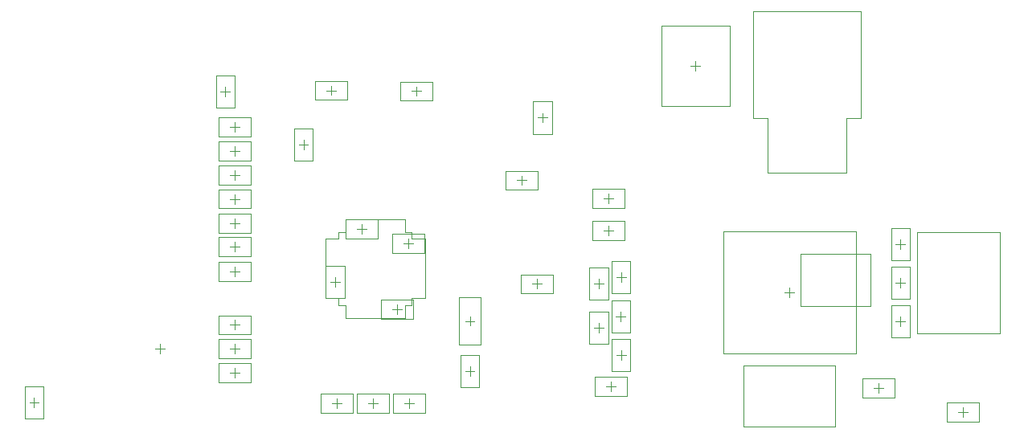
<source format=gbr>
G04*
G04 #@! TF.GenerationSoftware,Altium Limited,Altium Designer,22.4.2 (48)*
G04*
G04 Layer_Color=32768*
%FSLAX24Y24*%
%MOIN*%
G70*
G04*
G04 #@! TF.SameCoordinates,3D4B7757-4479-4088-A00E-F10E6AE17A54*
G04*
G04*
G04 #@! TF.FilePolarity,Positive*
G04*
G01*
G75*
%ADD81C,0.0039*%
%ADD82C,0.0020*%
D81*
X16287Y5470D02*
X16681D01*
X16484Y5273D02*
Y5667D01*
X19400Y4475D02*
X19794D01*
X19597Y4278D02*
Y4672D01*
X19404Y5470D02*
X19798D01*
X19601Y5273D02*
Y5667D01*
X19400Y6465D02*
X19794D01*
X19597Y6268D02*
Y6661D01*
X19404Y8680D02*
X19798D01*
X19601Y8483D02*
Y8877D01*
X19404Y11688D02*
X19798D01*
X19601Y11491D02*
Y11885D01*
X19404Y9700D02*
X19798D01*
X19601Y9503D02*
Y9897D01*
X19404Y10678D02*
X19798D01*
X19601Y10481D02*
Y10875D01*
X24664Y10450D02*
X25058D01*
X24861Y10253D02*
Y10647D01*
X26604Y9850D02*
X26998D01*
X26801Y9653D02*
Y10047D01*
X23624Y3200D02*
X24018D01*
X23821Y3004D02*
Y3397D01*
X26624Y3200D02*
X27018D01*
X26821Y3004D02*
Y3397D01*
X26124Y7100D02*
X26518D01*
X26321Y6903D02*
Y7297D01*
X23761Y8033D02*
Y8427D01*
X23564Y8230D02*
X23958D01*
X22441Y13734D02*
Y14127D01*
X22244Y13930D02*
X22638D01*
X19400Y14677D02*
X19794D01*
X19597Y14480D02*
Y14874D01*
X19201Y15954D02*
Y16347D01*
X19004Y16150D02*
X19398D01*
X19404Y12678D02*
X19798D01*
X19601Y12481D02*
Y12875D01*
X19404Y13680D02*
X19798D01*
X19601Y13483D02*
Y13876D01*
X25124Y3200D02*
X25518D01*
X25321Y3004D02*
Y3397D01*
X23624Y3200D02*
X24018D01*
X23821Y3004D02*
Y3397D01*
X26624Y3200D02*
X27018D01*
X26821Y3004D02*
Y3397D01*
X23384Y16190D02*
X23778D01*
X23581Y15993D02*
Y16387D01*
X11271Y3034D02*
Y3427D01*
X11074Y3230D02*
X11468D01*
X26934Y16160D02*
X27328D01*
X27131Y15963D02*
Y16357D01*
X34904Y11705D02*
X35298D01*
X35101Y11508D02*
Y11902D01*
X34904Y10380D02*
X35298D01*
X35101Y10184D02*
Y10577D01*
X34678Y6141D02*
Y6534D01*
X34481Y6338D02*
X34875D01*
X34982Y3900D02*
X35375D01*
X35179Y3704D02*
Y4097D01*
X35611Y5024D02*
Y5418D01*
X35414Y5221D02*
X35808D01*
X35601Y6614D02*
Y7007D01*
X35404Y6810D02*
X35798D01*
X35611Y8253D02*
Y8647D01*
X35414Y8450D02*
X35808D01*
X38701Y17013D02*
Y17407D01*
X38504Y17210D02*
X38898D01*
X42404Y7810D02*
X42798D01*
X42601Y7613D02*
Y8007D01*
X29143Y4544D02*
X29537D01*
X29340Y4347D02*
Y4741D01*
X47004Y6610D02*
X47398D01*
X47201Y6413D02*
Y6807D01*
X47004Y8210D02*
X47398D01*
X47201Y8013D02*
Y8407D01*
X47004Y9810D02*
X47398D01*
X47201Y9614D02*
Y10007D01*
X46292Y3652D02*
Y4046D01*
X46095Y3849D02*
X46488D01*
X49781Y2654D02*
Y3047D01*
X49584Y2850D02*
X49978D01*
X31478Y12264D02*
Y12658D01*
X31281Y12461D02*
X31675D01*
X34481Y8164D02*
X34875D01*
X34678Y7967D02*
Y8360D01*
X32125Y7967D02*
Y8360D01*
X31928Y8164D02*
X32322D01*
X32161Y15061D02*
X32555D01*
X32358Y14864D02*
Y15258D01*
X29340Y6426D02*
Y6819D01*
X29143Y6622D02*
X29537D01*
D82*
X20266Y4081D02*
Y4868D01*
X18928Y4081D02*
Y4868D01*
X20266D01*
X18928Y4081D02*
X20266D01*
X20270Y5077D02*
Y5864D01*
X18932Y5077D02*
Y5864D01*
X20270D01*
X18932Y5077D02*
X20270D01*
X20266Y6071D02*
Y6858D01*
X18928Y6071D02*
Y6858D01*
X20266D01*
X18928Y6071D02*
X20266D01*
X20270Y8287D02*
Y9074D01*
X18932Y8287D02*
Y9074D01*
X20270D01*
X18932Y8287D02*
X20270D01*
Y11294D02*
Y12081D01*
X18932Y11294D02*
Y12081D01*
X20270D01*
X18932Y11294D02*
X20270D01*
Y9307D02*
Y10094D01*
X18932Y9307D02*
Y10094D01*
X20270D01*
X18932Y9307D02*
X20270D01*
X20270Y10284D02*
Y11072D01*
X18932Y10284D02*
Y11072D01*
X20270D01*
X18932Y10284D02*
X20270D01*
X24192Y10057D02*
Y10844D01*
X25530Y10057D02*
Y10844D01*
X24192Y10057D02*
X25530D01*
X24192Y10844D02*
X25530D01*
X27470Y9457D02*
Y10244D01*
X26132Y9457D02*
Y10244D01*
X27470D01*
X26132Y9457D02*
X27470D01*
X23152Y2807D02*
Y3594D01*
X24490Y2807D02*
Y3594D01*
X23152Y2807D02*
X24490D01*
X23152Y3594D02*
X24490D01*
X27490Y2807D02*
Y3594D01*
X26152Y2807D02*
Y3594D01*
X27490D01*
X26152Y2807D02*
X27490D01*
X25652Y6707D02*
Y7494D01*
X26990Y6707D02*
Y7494D01*
X25652Y6707D02*
X26990D01*
X25652Y7494D02*
X26990D01*
X23367Y7561D02*
X24155D01*
X23367Y8900D02*
X24155D01*
Y7561D02*
Y8900D01*
X23367Y7561D02*
Y8900D01*
X22047Y13261D02*
X22835D01*
X22047Y14600D02*
X22835D01*
Y13261D02*
Y14600D01*
X22047Y13261D02*
Y14600D01*
X20266Y14283D02*
Y15071D01*
X18928Y14283D02*
Y15071D01*
X20266D01*
X18928Y14283D02*
X20266D01*
X18807Y16820D02*
X19595D01*
X18807Y15481D02*
X19595D01*
X18807D02*
Y16820D01*
X19595Y15481D02*
Y16820D01*
X20270Y12285D02*
Y13072D01*
X18932Y12285D02*
Y13072D01*
X20270D01*
X18932Y12285D02*
X20270D01*
Y13286D02*
Y14073D01*
X18932Y13286D02*
Y14073D01*
X20270D01*
X18932Y13286D02*
X20270D01*
X24185Y6749D02*
Y7285D01*
X23905D02*
X24185D01*
X23905D02*
Y7564D01*
X23370D02*
X23905D01*
X23370D02*
Y10037D01*
X23905D01*
Y10316D01*
X24185D01*
Y10852D01*
X26657D01*
Y10316D02*
Y10852D01*
Y10316D02*
X26937D01*
Y10037D02*
Y10316D01*
Y10037D02*
X27472D01*
Y7564D02*
Y10037D01*
X26937Y7564D02*
X27472D01*
X26937Y7285D02*
Y7564D01*
X26657Y7285D02*
X26937D01*
X26657Y6749D02*
Y7285D01*
X24185Y6749D02*
X26657D01*
X25990Y2807D02*
Y3594D01*
X24652Y2807D02*
Y3594D01*
Y2807D02*
X25990D01*
X24652Y3594D02*
X25990D01*
X23152Y2807D02*
Y3594D01*
X24490Y2807D02*
Y3594D01*
X23152D02*
X24490D01*
X23152Y2807D02*
X24490D01*
X27490Y2807D02*
Y3594D01*
X26152Y2807D02*
Y3594D01*
Y2807D02*
X27490D01*
X26152Y3594D02*
X27490D01*
X24250Y15797D02*
Y16584D01*
X22912Y15797D02*
Y16584D01*
Y15797D02*
X24250D01*
X22912Y16584D02*
X24250D01*
X10877Y2561D02*
X11665D01*
X10877Y3900D02*
X11665D01*
X10877Y2561D02*
Y3900D01*
X11665Y2561D02*
Y3900D01*
X27800Y15767D02*
Y16554D01*
X26462Y15767D02*
Y16554D01*
Y15767D02*
X27800D01*
X26462Y16554D02*
X27800D01*
X35770Y11311D02*
Y12099D01*
X34432Y11311D02*
Y12099D01*
Y11311D02*
X35770D01*
X34432Y12099D02*
X35770D01*
X34432Y9987D02*
Y10774D01*
X35770Y9987D02*
Y10774D01*
X34432D02*
X35770D01*
X34432Y9987D02*
X35770D01*
X34285Y7007D02*
X35072D01*
X34285Y5668D02*
X35072D01*
Y7007D01*
X34285Y5668D02*
Y7007D01*
X35848Y3507D02*
Y4294D01*
X34509Y3507D02*
Y4294D01*
Y3507D02*
X35848D01*
X34509Y4294D02*
X35848D01*
X35217Y5891D02*
X36005D01*
X35217Y4552D02*
X36005D01*
Y5891D01*
X35217Y4552D02*
Y5891D01*
X35207Y7480D02*
X35995D01*
X35207Y6141D02*
X35995D01*
Y7480D01*
X35207Y6141D02*
Y7480D01*
X35217Y9120D02*
X36005D01*
X35217Y7781D02*
X36005D01*
Y9120D01*
X35217Y7781D02*
Y9120D01*
X37284Y15537D02*
X40118D01*
X37284Y18884D02*
X40118D01*
Y15537D02*
Y18884D01*
X37284Y15537D02*
Y18884D01*
X45347Y5291D02*
Y10330D01*
X39855Y5291D02*
Y10330D01*
X45347D01*
X39855Y5291D02*
X45347D01*
X28946Y3875D02*
Y5214D01*
X29734Y3875D02*
Y5214D01*
X28946Y3875D02*
X29734D01*
X28946Y5214D02*
X29734D01*
X46807Y5941D02*
Y7280D01*
X47595Y5941D02*
Y7280D01*
X46807Y5941D02*
X47595D01*
X46807Y7280D02*
X47595D01*
X46807Y7541D02*
Y8880D01*
X47595Y7541D02*
Y8880D01*
X46807Y7541D02*
X47595D01*
X46807Y8880D02*
X47595D01*
X46807Y9141D02*
Y10480D01*
X47595Y9141D02*
Y10480D01*
X46807Y9141D02*
X47595D01*
X46807Y10480D02*
X47595D01*
X45622Y3455D02*
X46961D01*
X45622Y4243D02*
X46961D01*
Y3455D02*
Y4243D01*
X45622Y3455D02*
Y4243D01*
X49112Y2457D02*
X50450D01*
X49112Y3244D02*
X50450D01*
Y2457D02*
Y3244D01*
X49112Y2457D02*
Y3244D01*
X30809Y12067D02*
X32147D01*
X30809Y12855D02*
X32147D01*
X30809Y12067D02*
Y12855D01*
X32147Y12067D02*
Y12855D01*
X34285Y7494D02*
Y8833D01*
X35072Y7494D02*
Y8833D01*
X34285Y7494D02*
X35072D01*
X34285Y8833D02*
X35072D01*
X31456Y7770D02*
X32794D01*
X31456Y8557D02*
X32794D01*
Y7770D02*
Y8557D01*
X31456Y7770D02*
Y8557D01*
X31964Y14392D02*
Y15730D01*
X32752Y14392D02*
Y15730D01*
X31964D02*
X32752D01*
X31964Y14392D02*
X32752D01*
X28897Y5638D02*
X29783D01*
X28897Y7607D02*
X29783D01*
X28897Y5638D02*
Y7607D01*
X29783Y5638D02*
Y7607D01*
X45962Y7228D02*
Y9393D01*
X43040Y7228D02*
Y9393D01*
Y7228D02*
X45962D01*
X43040Y9393D02*
X45962D01*
X44503Y2251D02*
Y4770D01*
X40699Y2251D02*
X44503D01*
X40699D02*
Y4770D01*
X44503D01*
X47888Y6112D02*
Y10309D01*
X51314D01*
Y6112D02*
Y10309D01*
X47888Y6112D02*
X51314D01*
X41700Y12766D02*
X44964D01*
X41700D02*
Y15027D01*
X41099D02*
X41700D01*
X41099D02*
Y19492D01*
X45564D01*
Y15027D02*
Y19492D01*
X44964Y15027D02*
X45564D01*
X44964Y12766D02*
Y15027D01*
M02*

</source>
